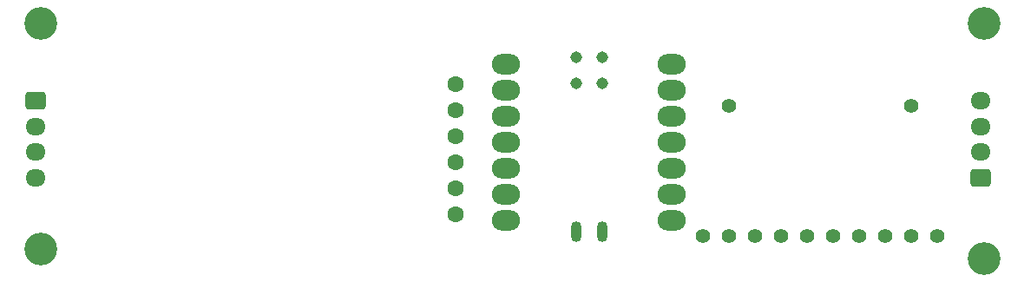
<source format=gbr>
%TF.GenerationSoftware,KiCad,Pcbnew,(6.0.7)*%
%TF.CreationDate,2023-03-01T01:03:30+09:00*%
%TF.ProjectId,airdata,61697264-6174-4612-9e6b-696361645f70,rev?*%
%TF.SameCoordinates,Original*%
%TF.FileFunction,Soldermask,Top*%
%TF.FilePolarity,Negative*%
%FSLAX46Y46*%
G04 Gerber Fmt 4.6, Leading zero omitted, Abs format (unit mm)*
G04 Created by KiCad (PCBNEW (6.0.7)) date 2023-03-01 01:03:30*
%MOMM*%
%LPD*%
G01*
G04 APERTURE LIST*
G04 Aperture macros list*
%AMRoundRect*
0 Rectangle with rounded corners*
0 $1 Rounding radius*
0 $2 $3 $4 $5 $6 $7 $8 $9 X,Y pos of 4 corners*
0 Add a 4 corners polygon primitive as box body*
4,1,4,$2,$3,$4,$5,$6,$7,$8,$9,$2,$3,0*
0 Add four circle primitives for the rounded corners*
1,1,$1+$1,$2,$3*
1,1,$1+$1,$4,$5*
1,1,$1+$1,$6,$7*
1,1,$1+$1,$8,$9*
0 Add four rect primitives between the rounded corners*
20,1,$1+$1,$2,$3,$4,$5,0*
20,1,$1+$1,$4,$5,$6,$7,0*
20,1,$1+$1,$6,$7,$8,$9,0*
20,1,$1+$1,$8,$9,$2,$3,0*%
G04 Aperture macros list end*
%ADD10O,2.748280X1.998980*%
%ADD11O,1.016000X2.032000*%
%ADD12C,1.143000*%
%ADD13C,3.200000*%
%ADD14RoundRect,0.250000X0.725000X-0.600000X0.725000X0.600000X-0.725000X0.600000X-0.725000X-0.600000X0*%
%ADD15O,1.950000X1.700000*%
%ADD16RoundRect,0.250000X-0.725000X0.600000X-0.725000X-0.600000X0.725000X-0.600000X0.725000X0.600000X0*%
%ADD17C,1.400000*%
%ADD18C,1.600000*%
G04 APERTURE END LIST*
D10*
%TO.C,U2*%
X148358720Y-94025480D03*
X148358720Y-96565480D03*
X148358720Y-99105480D03*
X148358720Y-101645480D03*
X148358720Y-104185480D03*
X148358720Y-106725480D03*
X148358720Y-109265480D03*
X164523280Y-109265480D03*
X164523280Y-106725480D03*
X164523280Y-104185480D03*
X164523280Y-101645480D03*
X164523280Y-99105480D03*
X164523280Y-96565480D03*
X164523280Y-94025480D03*
D11*
X155225600Y-110343300D03*
X157775600Y-110343300D03*
D12*
X155224403Y-93339113D03*
X157764403Y-93339113D03*
X155224403Y-95879113D03*
X157764403Y-95879113D03*
%TD*%
D13*
%TO.C,REF2*%
X195000000Y-113000000D03*
%TD*%
D14*
%TO.C,TORICA-UART1*%
X194670000Y-105080000D03*
D15*
X194670000Y-102580000D03*
X194670000Y-100080000D03*
X194670000Y-97580000D03*
%TD*%
D13*
%TO.C,REF1*%
X195000000Y-90000000D03*
%TD*%
D15*
%TO.C,PitotTube1*%
X102510000Y-105080000D03*
X102510000Y-102580000D03*
X102510000Y-100080000D03*
D16*
X102510000Y-97580000D03*
%TD*%
D13*
%TO.C,REF3*%
X103000000Y-90000000D03*
%TD*%
%TO.C,REF4*%
X103000000Y-112000000D03*
%TD*%
D17*
%TO.C,J1*%
X167570000Y-110730000D03*
X170110000Y-110730000D03*
X172650000Y-110730000D03*
X175190000Y-110730000D03*
X177730000Y-110730000D03*
X180270000Y-110730000D03*
X182810000Y-110730000D03*
X185350000Y-110730000D03*
X187890000Y-110730000D03*
X190430000Y-110730000D03*
X187890000Y-98030000D03*
X170110000Y-98030000D03*
%TD*%
D18*
%TO.C,U1*%
X143440000Y-95945000D03*
X143440000Y-98485000D03*
X143440000Y-101025000D03*
X143440000Y-103565000D03*
X143440000Y-106105000D03*
X143440000Y-108645000D03*
%TD*%
M02*

</source>
